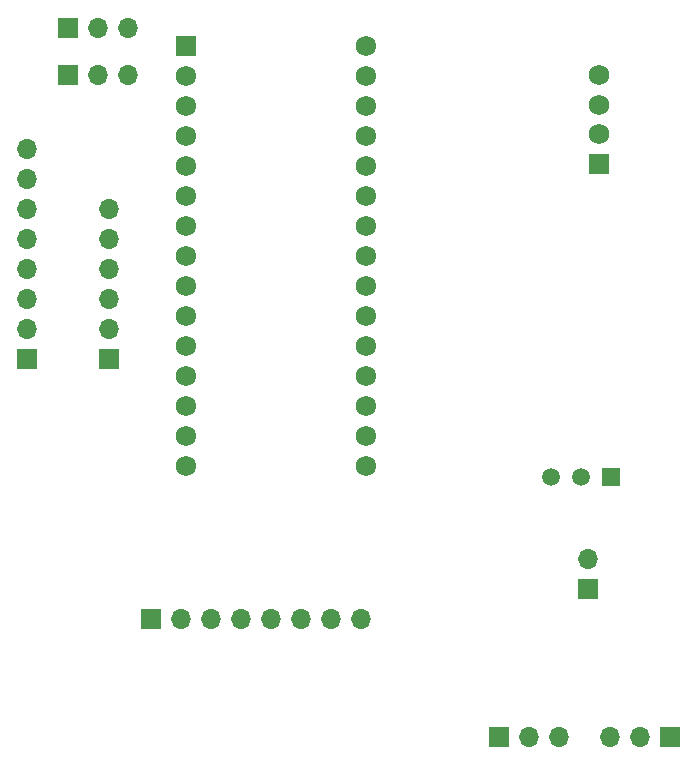
<source format=gbr>
G04 #@! TF.FileFunction,Copper,L1,Top,Signal*
%FSLAX46Y46*%
G04 Gerber Fmt 4.6, Leading zero omitted, Abs format (unit mm)*
G04 Created by KiCad (PCBNEW 4.0.7-e2-6376~61~ubuntu18.04.1) date Fri Oct 19 17:59:18 2018*
%MOMM*%
%LPD*%
G01*
G04 APERTURE LIST*
%ADD10C,0.100000*%
%ADD11R,1.725000X1.725000*%
%ADD12C,1.725000*%
%ADD13C,1.520000*%
%ADD14R,1.520000X1.520000*%
%ADD15R,1.700000X1.700000*%
%ADD16O,1.700000X1.700000*%
%ADD17R,1.750000X1.750000*%
%ADD18C,1.750000*%
G04 APERTURE END LIST*
D10*
D11*
X121000000Y-75000000D03*
D12*
X121000000Y-77540000D03*
X121000000Y-80080000D03*
X121000000Y-82620000D03*
X121000000Y-85160000D03*
X121000000Y-87700000D03*
X121000000Y-90240000D03*
X121000000Y-92780000D03*
X121000000Y-95320000D03*
X121000000Y-97860000D03*
X121000000Y-100400000D03*
X121000000Y-102940000D03*
X121000000Y-105480000D03*
X121000000Y-108020000D03*
X121000000Y-110560000D03*
X136240000Y-110560000D03*
X136240000Y-108020000D03*
X136240000Y-105480000D03*
X136240000Y-102940000D03*
X136240000Y-100400000D03*
X136240000Y-97860000D03*
X136240000Y-95320000D03*
X136240000Y-92780000D03*
X136240000Y-90240000D03*
X136240000Y-87700000D03*
X136240000Y-85160000D03*
X136240000Y-82620000D03*
X136240000Y-80080000D03*
X136240000Y-77540000D03*
X136240000Y-75000000D03*
D13*
X154460000Y-111500000D03*
X151920000Y-111500000D03*
D14*
X157000000Y-111500000D03*
D15*
X111000000Y-73500000D03*
D16*
X113540000Y-73500000D03*
X116080000Y-73500000D03*
D15*
X111000000Y-77500000D03*
D16*
X113540000Y-77500000D03*
X116080000Y-77500000D03*
D15*
X162000000Y-133500000D03*
D16*
X159460000Y-133500000D03*
X156920000Y-133500000D03*
D15*
X147500000Y-133500000D03*
D16*
X150040000Y-133500000D03*
X152580000Y-133500000D03*
D15*
X107500000Y-101500000D03*
D16*
X107500000Y-98960000D03*
X107500000Y-96420000D03*
X107500000Y-93880000D03*
X107500000Y-91340000D03*
X107500000Y-88800000D03*
X107500000Y-86260000D03*
X107500000Y-83720000D03*
D15*
X114500000Y-101500000D03*
D16*
X114500000Y-98960000D03*
X114500000Y-96420000D03*
X114500000Y-93880000D03*
X114500000Y-91340000D03*
X114500000Y-88800000D03*
D15*
X155000000Y-121000000D03*
D16*
X155000000Y-118460000D03*
D17*
X156000000Y-85000000D03*
D18*
X156000000Y-82500000D03*
X156000000Y-80000000D03*
X156000000Y-77500000D03*
D15*
X118000000Y-123500000D03*
D16*
X120540000Y-123500000D03*
X123080000Y-123500000D03*
X125620000Y-123500000D03*
X128160000Y-123500000D03*
X130700000Y-123500000D03*
X133240000Y-123500000D03*
X135780000Y-123500000D03*
M02*

</source>
